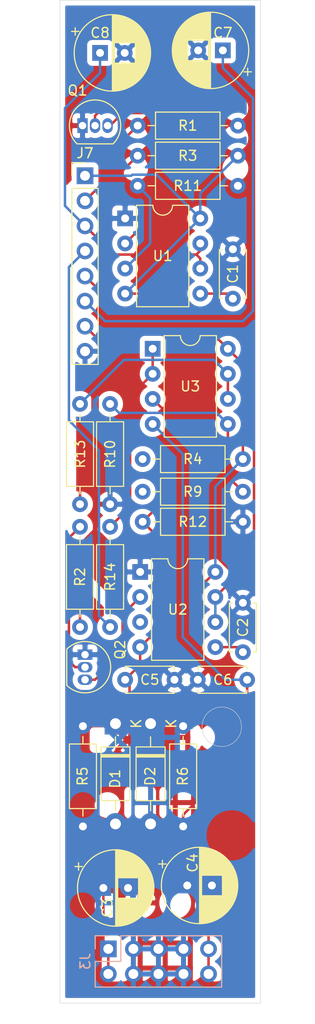
<source format=kicad_pcb>
(kicad_pcb (version 20171130) (host pcbnew 5.1.6-1.fc31)
  (layers (0 F.Cu signal) (31 B.Cu signal) (34 B.Paste user) (35 F.Paste user) (36 B.SilkS user) (37 F.SilkS user) (38 B.Mask user) (39 F.Mask user) (44 Edge.Cuts user))
  (net 0 "")
  (net 1 GND)
  (net 2 "Net-(C1-Pad1)")
  (net 3 "Net-(C2-Pad1)")
  (net 4 +12V)
  (net 5 -12V)
  (net 6 "Net-(D1-Pad1)")
  (net 7 "Net-(D2-Pad2)")
  (net 8 "Net-(Q1-Pad3)")
  (net 9 "Net-(Q1-Pad2)")
  (net 10 "Net-(Q2-Pad3)")
  (net 11 "Net-(Q2-Pad2)")
  (net 12 "Net-(R10-Pad1)")
  (net 13 "Net-(R9-Pad1)")
  (net 14 "Net-(R11-Pad2)")
  (net 15 "Net-(R11-Pad1)")
  (net 16 "Net-(R13-Pad1)")
  (net 17 "Net-(R14-Pad1)")
  (net 18 V2)
  (net 19 V1)
  (net 20 T1)
  (net 21 T2)
  (net 22 G1)
  (net 23 G2)
  (module Resistor_THT:R_Axial_DIN0207_L6.3mm_D2.5mm_P10.16mm_Horizontal (layer F.Cu) (at 103.926 98.934 270)
    (fp_text reference R5 (at 5.08 0.04 90) (layer F.SilkS))
    (fp_text value 68)
    (pad 2 thru_hole oval (at 10.16 0 270) (size 1.6 1.6) (drill 0.8) (layers *.Cu *.Mask) (net 4 +12V))
    (pad 1 thru_hole circle (at 0 0 270) (size 1.6 1.6) (drill 0.8) (layers *.Cu *.Mask) (net 6 "Net-(D1-Pad1)"))
  )
  (module Capacitor_THT:CP_Radial_D7.5mm_P2.50mm (layer F.Cu) (at 114.5 115.076)
    (fp_text reference C4 (at 0.546 -2.286 90) (layer F.SilkS))
    (fp_text value 100u)
    (pad 2 thru_hole circle (at 2.5 0) (size 1.6 1.6) (drill 0.8) (layers *.Cu *.Mask) (net 5 -12V))
    (pad 1 thru_hole rect (at 0 0) (size 1.6 1.6) (drill 0.8) (layers *.Cu *.Mask) (net 1 GND))
  )
  (module Connector_PinHeader_2.54mm:PinHeader_2x05_P2.54mm_Vertical (layer B.Cu) (at 106.5 121.5 270)
    (fp_text reference J3 (at 1.27 2.33 270) (layer B.SilkS) (effects (justify mirror)))
    (fp_text value Conn_02x05_Odd_Even)
    (pad 10 thru_hole oval (at 2.54 -10.16 270) (size 1.7 1.7) (drill 1) (layers *.Cu *.Mask) (net 5 -12V))
    (pad 9 thru_hole oval (at 0 -10.16 270) (size 1.7 1.7) (drill 1) (layers *.Cu *.Mask) (net 5 -12V))
    (pad 8 thru_hole oval (at 2.54 -7.62 270) (size 1.7 1.7) (drill 1) (layers *.Cu *.Mask) (net 1 GND))
    (pad 7 thru_hole oval (at 0 -7.62 270) (size 1.7 1.7) (drill 1) (layers *.Cu *.Mask) (net 1 GND))
    (pad 6 thru_hole oval (at 2.54 -5.08 270) (size 1.7 1.7) (drill 1) (layers *.Cu *.Mask) (net 1 GND))
    (pad 5 thru_hole oval (at 0 -5.08 270) (size 1.7 1.7) (drill 1) (layers *.Cu *.Mask) (net 1 GND))
    (pad 4 thru_hole oval (at 2.54 -2.54 270) (size 1.7 1.7) (drill 1) (layers *.Cu *.Mask) (net 1 GND))
    (pad 3 thru_hole oval (at 0 -2.54 270) (size 1.7 1.7) (drill 1) (layers *.Cu *.Mask) (net 1 GND))
    (pad 2 thru_hole oval (at 2.54 0 270) (size 1.7 1.7) (drill 1) (layers *.Cu *.Mask) (net 4 +12V))
    (pad 1 thru_hole rect (at 0 0 270) (size 1.7 1.7) (drill 1) (layers *.Cu *.Mask) (net 4 +12V))
  )
  (module Connector_PinHeader_2.54mm:PinHeader_1x08_P2.54mm_Vertical (layer F.Cu) (at 104.14 43.18)
    (fp_text reference J7 (at 0 -2.286) (layer F.SilkS))
    (fp_text value Conn_01x08_Male)
    (pad 8 thru_hole oval (at 0 17.78) (size 1.7 1.7) (drill 1) (layers *.Cu *.Mask) (net 1 GND))
    (pad 7 thru_hole oval (at 0 15.24) (size 1.7 1.7) (drill 1) (layers *.Cu *.Mask) (net 23 G2))
    (pad 6 thru_hole oval (at 0 12.7) (size 1.7 1.7) (drill 1) (layers *.Cu *.Mask) (net 18 V2))
    (pad 5 thru_hole oval (at 0 10.16) (size 1.7 1.7) (drill 1) (layers *.Cu *.Mask) (net 21 T2))
    (pad 4 thru_hole oval (at 0 7.62) (size 1.7 1.7) (drill 1) (layers *.Cu *.Mask) (net 22 G1))
    (pad 3 thru_hole oval (at 0 5.08) (size 1.7 1.7) (drill 1) (layers *.Cu *.Mask) (net 19 V1))
    (pad 2 thru_hole oval (at 0 2.54) (size 1.7 1.7) (drill 1) (layers *.Cu *.Mask) (net 20 T1))
    (pad 1 thru_hole rect (at 0 0) (size 1.7 1.7) (drill 1) (layers *.Cu *.Mask) (net 4 +12V))
  )
  (module Package_DIP:DIP-8_W7.62mm (layer F.Cu) (at 110.998 60.706)
    (fp_text reference U3 (at 3.81 3.81) (layer F.SilkS))
    (fp_text value TL072)
    (pad 8 thru_hole oval (at 7.62 0) (size 1.6 1.6) (drill 0.8) (layers *.Cu *.Mask) (net 4 +12V))
    (pad 4 thru_hole oval (at 0 7.62) (size 1.6 1.6) (drill 0.8) (layers *.Cu *.Mask) (net 5 -12V))
    (pad 7 thru_hole oval (at 7.62 2.54) (size 1.6 1.6) (drill 0.8) (layers *.Cu *.Mask) (net 16 "Net-(R13-Pad1)"))
    (pad 3 thru_hole oval (at 0 5.08) (size 1.6 1.6) (drill 0.8) (layers *.Cu *.Mask) (net 14 "Net-(R11-Pad2)"))
    (pad 6 thru_hole oval (at 7.62 5.08) (size 1.6 1.6) (drill 0.8) (layers *.Cu *.Mask) (net 16 "Net-(R13-Pad1)"))
    (pad 2 thru_hole oval (at 0 2.54) (size 1.6 1.6) (drill 0.8) (layers *.Cu *.Mask) (net 17 "Net-(R14-Pad1)"))
    (pad 5 thru_hole oval (at 7.62 7.62) (size 1.6 1.6) (drill 0.8) (layers *.Cu *.Mask) (net 12 "Net-(R10-Pad1)"))
    (pad 1 thru_hole rect (at 0 0) (size 1.6 1.6) (drill 0.8) (layers *.Cu *.Mask) (net 17 "Net-(R14-Pad1)"))
  )
  (module Package_DIP:DIP-8_W7.62mm (layer F.Cu) (at 109.728 83.312)
    (fp_text reference U2 (at 3.81 3.81) (layer F.SilkS))
    (fp_text value NE555P)
    (pad 8 thru_hole oval (at 7.62 0) (size 1.6 1.6) (drill 0.8) (layers *.Cu *.Mask) (net 4 +12V))
    (pad 4 thru_hole oval (at 0 7.62) (size 1.6 1.6) (drill 0.8) (layers *.Cu *.Mask) (net 4 +12V))
    (pad 7 thru_hole oval (at 7.62 2.54) (size 1.6 1.6) (drill 0.8) (layers *.Cu *.Mask) (net 18 V2))
    (pad 3 thru_hole oval (at 0 5.08) (size 1.6 1.6) (drill 0.8) (layers *.Cu *.Mask) (net 13 "Net-(R9-Pad1)"))
    (pad 6 thru_hole oval (at 7.62 5.08) (size 1.6 1.6) (drill 0.8) (layers *.Cu *.Mask) (net 18 V2))
    (pad 2 thru_hole oval (at 0 2.54) (size 1.6 1.6) (drill 0.8) (layers *.Cu *.Mask) (net 10 "Net-(Q2-Pad3)"))
    (pad 5 thru_hole oval (at 7.62 7.62) (size 1.6 1.6) (drill 0.8) (layers *.Cu *.Mask) (net 3 "Net-(C2-Pad1)"))
    (pad 1 thru_hole rect (at 0 0) (size 1.6 1.6) (drill 0.8) (layers *.Cu *.Mask) (net 1 GND))
  )
  (module Package_DIP:DIP-8_W7.62mm (layer F.Cu) (at 108.204 47.498)
    (fp_text reference U1 (at 3.81 3.81) (layer F.SilkS))
    (fp_text value NE555P)
    (pad 8 thru_hole oval (at 7.62 0) (size 1.6 1.6) (drill 0.8) (layers *.Cu *.Mask) (net 4 +12V))
    (pad 4 thru_hole oval (at 0 7.62) (size 1.6 1.6) (drill 0.8) (layers *.Cu *.Mask) (net 4 +12V))
    (pad 7 thru_hole oval (at 7.62 2.54) (size 1.6 1.6) (drill 0.8) (layers *.Cu *.Mask) (net 19 V1))
    (pad 3 thru_hole oval (at 0 5.08) (size 1.6 1.6) (drill 0.8) (layers *.Cu *.Mask) (net 15 "Net-(R11-Pad1)"))
    (pad 6 thru_hole oval (at 7.62 5.08) (size 1.6 1.6) (drill 0.8) (layers *.Cu *.Mask) (net 19 V1))
    (pad 2 thru_hole oval (at 0 2.54) (size 1.6 1.6) (drill 0.8) (layers *.Cu *.Mask) (net 8 "Net-(Q1-Pad3)"))
    (pad 5 thru_hole oval (at 7.62 7.62) (size 1.6 1.6) (drill 0.8) (layers *.Cu *.Mask) (net 2 "Net-(C1-Pad1)"))
    (pad 1 thru_hole rect (at 0 0) (size 1.6 1.6) (drill 0.8) (layers *.Cu *.Mask) (net 1 GND))
  )
  (module Resistor_THT:R_Axial_DIN0207_L6.3mm_D2.5mm_P10.16mm_Horizontal (layer F.Cu) (at 106.68 78.74 270)
    (fp_text reference R14 (at 5.08 0 90) (layer F.SilkS))
    (fp_text value 2K2)
    (pad 2 thru_hole oval (at 10.16 0 270) (size 1.6 1.6) (drill 0.8) (layers *.Cu *.Mask) (net 22 G1))
    (pad 1 thru_hole circle (at 0 0 270) (size 1.6 1.6) (drill 0.8) (layers *.Cu *.Mask) (net 17 "Net-(R14-Pad1)"))
  )
  (module Resistor_THT:R_Axial_DIN0207_L6.3mm_D2.5mm_P10.16mm_Horizontal (layer F.Cu) (at 103.632 66.294 270)
    (fp_text reference R13 (at 5.08 0 90) (layer F.SilkS))
    (fp_text value 2K2)
    (pad 2 thru_hole oval (at 10.16 0 270) (size 1.6 1.6) (drill 0.8) (layers *.Cu *.Mask) (net 23 G2))
    (pad 1 thru_hole circle (at 0 0 270) (size 1.6 1.6) (drill 0.8) (layers *.Cu *.Mask) (net 16 "Net-(R13-Pad1)"))
  )
  (module Resistor_THT:R_Axial_DIN0207_L6.3mm_D2.5mm_P10.16mm_Horizontal (layer F.Cu) (at 109.982 78.232)
    (fp_text reference R12 (at 5.08 0) (layer F.SilkS))
    (fp_text value 100K)
    (pad 2 thru_hole oval (at 10.16 0) (size 1.6 1.6) (drill 0.8) (layers *.Cu *.Mask) (net 1 GND))
    (pad 1 thru_hole circle (at 0 0) (size 1.6 1.6) (drill 0.8) (layers *.Cu *.Mask) (net 14 "Net-(R11-Pad2)"))
  )
  (module Resistor_THT:R_Axial_DIN0207_L6.3mm_D2.5mm_P10.16mm_Horizontal (layer F.Cu) (at 109.474 44.196)
    (fp_text reference R11 (at 5.08 0) (layer F.SilkS))
    (fp_text value 100K)
    (pad 2 thru_hole oval (at 10.16 0) (size 1.6 1.6) (drill 0.8) (layers *.Cu *.Mask) (net 14 "Net-(R11-Pad2)"))
    (pad 1 thru_hole circle (at 0 0) (size 1.6 1.6) (drill 0.8) (layers *.Cu *.Mask) (net 15 "Net-(R11-Pad1)"))
  )
  (module Resistor_THT:R_Axial_DIN0207_L6.3mm_D2.5mm_P10.16mm_Horizontal (layer F.Cu) (at 106.68 66.294 270)
    (fp_text reference R10 (at 5.08 0 90) (layer F.SilkS))
    (fp_text value 100K)
    (pad 2 thru_hole oval (at 10.16 0 270) (size 1.6 1.6) (drill 0.8) (layers *.Cu *.Mask) (net 1 GND))
    (pad 1 thru_hole circle (at 0 0 270) (size 1.6 1.6) (drill 0.8) (layers *.Cu *.Mask) (net 12 "Net-(R10-Pad1)"))
  )
  (module Resistor_THT:R_Axial_DIN0207_L6.3mm_D2.5mm_P10.16mm_Horizontal (layer F.Cu) (at 109.982 75.184)
    (fp_text reference R9 (at 5.08 0) (layer F.SilkS))
    (fp_text value 100K)
    (pad 2 thru_hole oval (at 10.16 0) (size 1.6 1.6) (drill 0.8) (layers *.Cu *.Mask) (net 12 "Net-(R10-Pad1)"))
    (pad 1 thru_hole circle (at 0 0) (size 1.6 1.6) (drill 0.8) (layers *.Cu *.Mask) (net 13 "Net-(R9-Pad1)"))
  )
  (module Resistor_THT:R_Axial_DIN0207_L6.3mm_D2.5mm_P10.16mm_Horizontal (layer F.Cu) (at 114.086 98.934 270)
    (fp_text reference R6 (at 5.08 0.04 90) (layer F.SilkS))
    (fp_text value 68)
    (pad 2 thru_hole oval (at 10.16 0 270) (size 1.6 1.6) (drill 0.8) (layers *.Cu *.Mask) (net 5 -12V))
    (pad 1 thru_hole circle (at 0 0 270) (size 1.6 1.6) (drill 0.8) (layers *.Cu *.Mask) (net 7 "Net-(D2-Pad2)"))
  )
  (module Resistor_THT:R_Axial_DIN0207_L6.3mm_D2.5mm_P10.16mm_Horizontal (layer F.Cu) (at 109.982 71.882)
    (fp_text reference R4 (at 5.08 0) (layer F.SilkS))
    (fp_text value 100K)
    (pad 2 thru_hole oval (at 10.16 0) (size 1.6 1.6) (drill 0.8) (layers *.Cu *.Mask) (net 4 +12V))
    (pad 1 thru_hole circle (at 0 0) (size 1.6 1.6) (drill 0.8) (layers *.Cu *.Mask) (net 10 "Net-(Q2-Pad3)"))
  )
  (module Resistor_THT:R_Axial_DIN0207_L6.3mm_D2.5mm_P10.16mm_Horizontal (layer F.Cu) (at 109.474 41.148)
    (fp_text reference R3 (at 5.08 0) (layer F.SilkS))
    (fp_text value 100K)
    (pad 2 thru_hole oval (at 10.16 0) (size 1.6 1.6) (drill 0.8) (layers *.Cu *.Mask) (net 4 +12V))
    (pad 1 thru_hole circle (at 0 0) (size 1.6 1.6) (drill 0.8) (layers *.Cu *.Mask) (net 8 "Net-(Q1-Pad3)"))
  )
  (module Resistor_THT:R_Axial_DIN0207_L6.3mm_D2.5mm_P10.16mm_Horizontal (layer F.Cu) (at 103.632 78.74 270)
    (fp_text reference R2 (at 5.08 0 90) (layer F.SilkS))
    (fp_text value 10K)
    (pad 2 thru_hole oval (at 10.16 0 270) (size 1.6 1.6) (drill 0.8) (layers *.Cu *.Mask) (net 21 T2))
    (pad 1 thru_hole circle (at 0 0 270) (size 1.6 1.6) (drill 0.8) (layers *.Cu *.Mask) (net 11 "Net-(Q2-Pad2)"))
  )
  (module Resistor_THT:R_Axial_DIN0207_L6.3mm_D2.5mm_P10.16mm_Horizontal (layer F.Cu) (at 119.634 38.1 180)
    (fp_text reference R1 (at 5.08 0) (layer F.SilkS))
    (fp_text value 10K)
    (pad 2 thru_hole oval (at 10.16 0 180) (size 1.6 1.6) (drill 0.8) (layers *.Cu *.Mask) (net 20 T1))
    (pad 1 thru_hole circle (at 0 0 180) (size 1.6 1.6) (drill 0.8) (layers *.Cu *.Mask) (net 9 "Net-(Q1-Pad2)"))
  )
  (module Package_TO_SOT_THT:TO-92_Inline (layer F.Cu) (at 104.14 91.694 270)
    (fp_text reference Q2 (at -0.508 -3.56 90) (layer F.SilkS))
    (fp_text value 2N3904)
    (pad 1 thru_hole rect (at 0 0 270) (size 1.05 1.5) (drill 0.75) (layers *.Cu *.Mask) (net 1 GND))
    (pad 3 thru_hole oval (at 2.54 0 270) (size 1.05 1.5) (drill 0.75) (layers *.Cu *.Mask) (net 10 "Net-(Q2-Pad3)"))
    (pad 2 thru_hole oval (at 1.27 0 270) (size 1.05 1.5) (drill 0.75) (layers *.Cu *.Mask) (net 11 "Net-(Q2-Pad2)"))
  )
  (module Package_TO_SOT_THT:TO-92_Inline (layer F.Cu) (at 103.886 38.1)
    (fp_text reference Q1 (at -0.508 -3.56) (layer F.SilkS))
    (fp_text value 2N3904)
    (pad 1 thru_hole rect (at 0 0) (size 1.05 1.5) (drill 0.75) (layers *.Cu *.Mask) (net 1 GND))
    (pad 3 thru_hole oval (at 2.54 0) (size 1.05 1.5) (drill 0.75) (layers *.Cu *.Mask) (net 8 "Net-(Q1-Pad3)"))
    (pad 2 thru_hole oval (at 1.27 0) (size 1.05 1.5) (drill 0.75) (layers *.Cu *.Mask) (net 9 "Net-(Q1-Pad2)"))
  )
  (module Diode_THT:D_DO-41_SOD81_P10.16mm_Horizontal (layer F.Cu) (at 110.784 98.68 270)
    (fp_text reference D2 (at 5.334 0.04 90) (layer F.SilkS))
    (fp_text value 1N4001)
    (fp_text user K (at 0 -2.1 90) (layer F.SilkS))
    (pad 2 thru_hole oval (at 10.16 0 270) (size 2.2 2.2) (drill 1.1) (layers *.Cu *.Mask) (net 7 "Net-(D2-Pad2)"))
    (pad 1 thru_hole rect (at 0 0 270) (size 2.2 2.2) (drill 1.1) (layers *.Cu *.Mask) (net 1 GND))
  )
  (module Diode_THT:D_DO-41_SOD81_P10.16mm_Horizontal (layer F.Cu) (at 107.228 98.68 270)
    (fp_text reference D1 (at 5.588 0.04 90) (layer F.SilkS))
    (fp_text value 1N4001)
    (fp_text user K (at 0 -2.1 90) (layer F.SilkS))
    (pad 2 thru_hole oval (at 10.16 0 270) (size 2.2 2.2) (drill 1.1) (layers *.Cu *.Mask) (net 1 GND))
    (pad 1 thru_hole rect (at 0 0 270) (size 2.2 2.2) (drill 1.1) (layers *.Cu *.Mask) (net 6 "Net-(D1-Pad1)"))
  )
  (module Capacitor_THT:CP_Radial_D7.5mm_P2.50mm (layer F.Cu) (at 105.664 30.734)
    (fp_text reference C8 (at 0 -2.032) (layer F.SilkS))
    (fp_text value 100u)
    (pad 2 thru_hole circle (at 2.5 0) (size 1.6 1.6) (drill 0.8) (layers *.Cu *.Mask) (net 1 GND))
    (pad 1 thru_hole rect (at 0 0) (size 1.6 1.6) (drill 0.8) (layers *.Cu *.Mask) (net 19 V1))
  )
  (module Capacitor_THT:CP_Radial_D7.5mm_P2.50mm (layer F.Cu) (at 118.11 30.48 180)
    (fp_text reference C7 (at 0 1.778) (layer F.SilkS))
    (fp_text value 100u)
    (pad 2 thru_hole circle (at 2.5 0 180) (size 1.6 1.6) (drill 0.8) (layers *.Cu *.Mask) (net 1 GND))
    (pad 1 thru_hole rect (at 0 0 180) (size 1.6 1.6) (drill 0.8) (layers *.Cu *.Mask) (net 18 V2))
  )
  (module Capacitor_THT:C_Disc_D4.7mm_W2.5mm_P5.00mm (layer F.Cu) (at 115.57 94.234)
    (fp_text reference C6 (at 2.54 0) (layer F.SilkS))
    (fp_text value 100n)
    (pad 2 thru_hole circle (at 5 0) (size 1.6 1.6) (drill 0.8) (layers *.Cu *.Mask) (net 5 -12V))
    (pad 1 thru_hole circle (at 0 0) (size 1.6 1.6) (drill 0.8) (layers *.Cu *.Mask) (net 1 GND))
  )
  (module Capacitor_THT:C_Disc_D4.7mm_W2.5mm_P5.00mm (layer F.Cu) (at 108.204 94.234)
    (fp_text reference C5 (at 2.5 0) (layer F.SilkS))
    (fp_text value 100n)
    (pad 2 thru_hole circle (at 5 0) (size 1.6 1.6) (drill 0.8) (layers *.Cu *.Mask) (net 1 GND))
    (pad 1 thru_hole circle (at 0 0) (size 1.6 1.6) (drill 0.8) (layers *.Cu *.Mask) (net 4 +12V))
  )
  (module Capacitor_THT:CP_Radial_D7.5mm_P2.50mm (layer F.Cu) (at 106 115.33)
    (fp_text reference C3 (at 0.41 2.032 90) (layer F.SilkS))
    (fp_text value 100u)
    (pad 2 thru_hole circle (at 2.5 0) (size 1.6 1.6) (drill 0.8) (layers *.Cu *.Mask) (net 1 GND))
    (pad 1 thru_hole rect (at 0 0) (size 1.6 1.6) (drill 0.8) (layers *.Cu *.Mask) (net 4 +12V))
  )
  (module Capacitor_THT:C_Disc_D4.7mm_W2.5mm_P5.00mm (layer F.Cu) (at 120.142 91.44 90)
    (fp_text reference C2 (at 2.5 0 90) (layer F.SilkS))
    (fp_text value 100n)
    (pad 2 thru_hole circle (at 5 0 90) (size 1.6 1.6) (drill 0.8) (layers *.Cu *.Mask) (net 1 GND))
    (pad 1 thru_hole circle (at 0 0 90) (size 1.6 1.6) (drill 0.8) (layers *.Cu *.Mask) (net 3 "Net-(C2-Pad1)"))
  )
  (module Capacitor_THT:C_Disc_D4.7mm_W2.5mm_P5.00mm (layer F.Cu) (at 119.126 55.626 90)
    (fp_text reference C1 (at 2.5 0 90) (layer F.SilkS))
    (fp_text value 100n)
    (pad 2 thru_hole circle (at 5 0 90) (size 1.6 1.6) (drill 0.8) (layers *.Cu *.Mask) (net 1 GND))
    (pad 1 thru_hole circle (at 0 0 90) (size 1.6 1.6) (drill 0.8) (layers *.Cu *.Mask) (net 2 "Net-(C1-Pad1)"))
  )
  (gr_circle (center 118 99) (end 118 97) (layer Edge.Cuts) (width 0.05))
  (gr_line (start 121.92 127) (end 121.92 25.4) (layer Edge.Cuts) (width 0.05))
  (gr_line (start 101.6 127) (end 121.92 127) (layer Edge.Cuts) (width 0.05))
  (gr_line (start 101.6 101.6) (end 101.6 127) (layer Edge.Cuts) (width 0.05))
  (gr_line (start 121.92 25.4) (end 101.6 25.4) (layer Edge.Cuts) (width 0.05))
  (gr_line (start 101.6 25.4) (end 101.6 101.6) (layer Edge.Cuts) (width 0.05))
  (segment (start 118.618 55.118) (end 119.126 55.626) (width 0.25) (layer F.Cu) (net 2))
  (segment (start 115.824 55.118) (end 118.618 55.118) (width 0.25) (layer F.Cu) (net 2))
  (segment (start 119.634 90.932) (end 120.142 91.44) (width 0.25) (layer F.Cu) (net 3))
  (segment (start 117.348 90.932) (end 119.634 90.932) (width 0.25) (layer F.Cu) (net 3))
  (segment (start 108.204 55.118) (end 115.824 47.498) (width 0.25) (layer B.Cu) (net 4))
  (segment (start 115.824 44.958) (end 119.634 41.148) (width 0.25) (layer B.Cu) (net 4))
  (segment (start 115.824 47.498) (end 115.824 44.958) (width 0.25) (layer B.Cu) (net 4))
  (segment (start 111.396999 43.070999) (end 115.824 47.498) (width 0.25) (layer B.Cu) (net 4))
  (segment (start 108.933999 43.070999) (end 111.396999 43.070999) (width 0.25) (layer B.Cu) (net 4))
  (segment (start 108.824998 43.18) (end 108.933999 43.070999) (width 0.25) (layer B.Cu) (net 4))
  (segment (start 104.14 43.18) (end 108.824998 43.18) (width 0.25) (layer B.Cu) (net 4))
  (segment (start 109.728 90.932) (end 117.348 83.312) (width 0.25) (layer F.Cu) (net 4))
  (segment (start 109.728 92.71) (end 108.204 94.234) (width 0.25) (layer F.Cu) (net 4))
  (segment (start 109.728 90.932) (end 109.728 92.71) (width 0.25) (layer F.Cu) (net 4))
  (segment (start 113.03 55.118) (end 118.618 60.706) (width 0.25) (layer F.Cu) (net 4))
  (segment (start 108.204 55.118) (end 113.03 55.118) (width 0.25) (layer F.Cu) (net 4))
  (segment (start 120.142 62.23) (end 120.142 71.882) (width 0.25) (layer F.Cu) (net 4))
  (segment (start 118.618 60.706) (end 120.142 62.23) (width 0.25) (layer F.Cu) (net 4))
  (segment (start 117.348 74.676) (end 120.142 71.882) (width 0.25) (layer B.Cu) (net 4))
  (segment (start 117.348 83.312) (end 117.348 74.676) (width 0.25) (layer B.Cu) (net 4))
  (segment (start 106.5 121.5) (end 106.5 124.04) (width 0.25) (layer F.Cu) (net 4))
  (segment (start 103.926 109.094) (end 103.926 106.574) (width 0.25) (layer F.Cu) (net 4))
  (segment (start 108.653001 94.683001) (end 108.204 94.234) (width 0.25) (layer F.Cu) (net 4))
  (segment (start 108.653001 101.846999) (end 108.653001 94.683001) (width 0.25) (layer F.Cu) (net 4))
  (segment (start 103.926 106.574) (end 108.653001 101.846999) (width 0.25) (layer F.Cu) (net 4))
  (segment (start 103.926 113.256) (end 106 115.33) (width 0.25) (layer F.Cu) (net 4))
  (segment (start 103.926 109.094) (end 103.926 113.256) (width 0.25) (layer F.Cu) (net 4))
  (segment (start 106 121) (end 106.5 121.5) (width 0.25) (layer F.Cu) (net 4))
  (segment (start 106 115.33) (end 106 121) (width 0.25) (layer F.Cu) (net 4))
  (segment (start 110.998 68.326) (end 114.046 71.374) (width 0.25) (layer B.Cu) (net 5))
  (segment (start 114.046 71.374) (end 114.046 89.916) (width 0.25) (layer B.Cu) (net 5))
  (segment (start 118.364 94.234) (end 120.57 94.234) (width 0.25) (layer B.Cu) (net 5))
  (segment (start 114.046 89.916) (end 118.364 94.234) (width 0.25) (layer B.Cu) (net 5))
  (segment (start 116.66 124.04) (end 116.66 121.5) (width 0.25) (layer F.Cu) (net 5))
  (segment (start 116.66 115.416) (end 117 115.076) (width 0.25) (layer F.Cu) (net 5))
  (segment (start 116.66 121.5) (end 116.66 115.416) (width 0.25) (layer F.Cu) (net 5))
  (segment (start 117 112.008) (end 114.086 109.094) (width 0.25) (layer F.Cu) (net 5))
  (segment (start 117 115.076) (end 117 112.008) (width 0.25) (layer F.Cu) (net 5))
  (segment (start 114.086 109.094) (end 114.086 107.914) (width 0.25) (layer F.Cu) (net 5))
  (segment (start 120.57 101.43) (end 120.57 94.234) (width 0.25) (layer F.Cu) (net 5))
  (segment (start 114.086 107.914) (end 120.57 101.43) (width 0.25) (layer F.Cu) (net 5))
  (segment (start 106.974 98.934) (end 107.228 98.68) (width 0.25) (layer F.Cu) (net 6))
  (segment (start 103.926 98.934) (end 106.974 98.934) (width 0.25) (layer F.Cu) (net 6))
  (segment (start 110.784 102.236) (end 114.086 98.934) (width 0.25) (layer F.Cu) (net 7))
  (segment (start 110.784 108.84) (end 110.784 102.236) (width 0.25) (layer F.Cu) (net 7))
  (segment (start 106.68 38.1) (end 107.95 36.83) (width 0.25) (layer F.Cu) (net 8))
  (segment (start 107.95 36.83) (end 111.506 36.83) (width 0.25) (layer F.Cu) (net 8))
  (segment (start 112.014 38.608) (end 109.474 41.148) (width 0.25) (layer F.Cu) (net 8))
  (segment (start 106.426 38.1) (end 106.68 38.1) (width 0.25) (layer F.Cu) (net 8))
  (segment (start 111.506 36.83) (end 112.014 37.338) (width 0.25) (layer F.Cu) (net 8))
  (segment (start 112.014 37.338) (end 112.014 38.608) (width 0.25) (layer F.Cu) (net 8))
  (segment (start 109.474 41.148) (end 107.95 42.672) (width 0.25) (layer F.Cu) (net 8))
  (segment (start 107.95 42.672) (end 107.95 44.704) (width 0.25) (layer F.Cu) (net 8))
  (segment (start 107.95 44.704) (end 109.982 46.736) (width 0.25) (layer F.Cu) (net 8))
  (segment (start 109.982 48.26) (end 108.204 50.038) (width 0.25) (layer F.Cu) (net 8))
  (segment (start 109.982 46.736) (end 109.982 48.26) (width 0.25) (layer F.Cu) (net 8))
  (segment (start 105.156 37.1) (end 105.156 38.1) (width 0.25) (layer F.Cu) (net 9))
  (segment (start 106.442 35.814) (end 105.156 37.1) (width 0.25) (layer F.Cu) (net 9))
  (segment (start 112.014 35.814) (end 106.442 35.814) (width 0.25) (layer F.Cu) (net 9))
  (segment (start 114.3 38.1) (end 112.014 35.814) (width 0.25) (layer F.Cu) (net 9))
  (segment (start 119.634 38.1) (end 114.3 38.1) (width 0.25) (layer F.Cu) (net 9))
  (segment (start 104.14 94.234) (end 105.156 94.234) (width 0.25) (layer F.Cu) (net 10))
  (segment (start 105.156 94.234) (end 107.95 91.44) (width 0.25) (layer F.Cu) (net 10))
  (segment (start 107.95 87.63) (end 109.728 85.852) (width 0.25) (layer F.Cu) (net 10))
  (segment (start 107.95 91.44) (end 107.95 87.63) (width 0.25) (layer F.Cu) (net 10))
  (segment (start 102.506999 79.865001) (end 103.632 78.74) (width 0.25) (layer F.Cu) (net 11))
  (segment (start 102.506999 92.330999) (end 102.506999 79.865001) (width 0.25) (layer F.Cu) (net 11))
  (segment (start 103.14 92.964) (end 102.506999 92.330999) (width 0.25) (layer F.Cu) (net 11))
  (segment (start 104.14 92.964) (end 103.14 92.964) (width 0.25) (layer F.Cu) (net 11))
  (segment (start 118.618 73.66) (end 120.142 75.184) (width 0.25) (layer F.Cu) (net 12))
  (segment (start 118.618 68.326) (end 118.618 73.66) (width 0.25) (layer F.Cu) (net 12))
  (segment (start 107.586999 67.200999) (end 117.492999 67.200999) (width 0.25) (layer B.Cu) (net 12))
  (segment (start 117.492999 67.200999) (end 118.618 68.326) (width 0.25) (layer B.Cu) (net 12))
  (segment (start 106.68 66.294) (end 107.586999 67.200999) (width 0.25) (layer B.Cu) (net 12))
  (segment (start 121.267001 45.829001) (end 121.267001 79.900999) (width 0.25) (layer F.Cu) (net 14))
  (segment (start 119.634 44.196) (end 121.267001 45.829001) (width 0.25) (layer F.Cu) (net 14))
  (segment (start 121.267001 79.900999) (end 120.396 80.772) (width 0.25) (layer F.Cu) (net 14))
  (segment (start 112.522 80.772) (end 109.982 78.232) (width 0.25) (layer F.Cu) (net 14))
  (segment (start 120.396 80.772) (end 112.522 80.772) (width 0.25) (layer F.Cu) (net 14))
  (segment (start 109.982 78.232) (end 113.792 74.422) (width 0.25) (layer F.Cu) (net 14))
  (segment (start 113.792 68.58) (end 110.998 65.786) (width 0.25) (layer F.Cu) (net 14))
  (segment (start 113.792 74.422) (end 113.792 68.58) (width 0.25) (layer F.Cu) (net 14))
  (segment (start 109.474 44.196) (end 110.744 45.466) (width 0.25) (layer B.Cu) (net 15))
  (segment (start 110.744 50.038) (end 108.204 52.578) (width 0.25) (layer B.Cu) (net 15))
  (segment (start 110.744 45.466) (end 110.744 50.038) (width 0.25) (layer B.Cu) (net 15))
  (segment (start 118.618 65.786) (end 118.618 63.246) (width 0.25) (layer F.Cu) (net 16))
  (segment (start 108.094999 61.831001) (end 117.203001 61.831001) (width 0.25) (layer B.Cu) (net 16))
  (segment (start 117.203001 61.831001) (end 118.618 63.246) (width 0.25) (layer B.Cu) (net 16))
  (segment (start 103.632 66.294) (end 108.094999 61.831001) (width 0.25) (layer B.Cu) (net 16))
  (segment (start 110.998 63.246) (end 110.998 60.706) (width 0.25) (layer F.Cu) (net 17))
  (segment (start 110.998 63.246) (end 108.712 65.532) (width 0.25) (layer F.Cu) (net 17))
  (segment (start 108.712 76.708) (end 106.68 78.74) (width 0.25) (layer F.Cu) (net 17))
  (segment (start 108.712 65.532) (end 108.712 76.708) (width 0.25) (layer F.Cu) (net 17))
  (segment (start 118.11 32.258) (end 121.158 35.306) (width 0.25) (layer B.Cu) (net 18))
  (segment (start 118.11 30.48) (end 118.11 32.258) (width 0.25) (layer B.Cu) (net 18))
  (segment (start 106.172 57.912) (end 104.14 55.88) (width 0.25) (layer B.Cu) (net 18))
  (segment (start 121.158 35.306) (end 121.158 56.896) (width 0.25) (layer B.Cu) (net 18))
  (segment (start 121.158 56.896) (end 120.142 57.912) (width 0.25) (layer B.Cu) (net 18))
  (segment (start 120.142 57.912) (end 106.172 57.912) (width 0.25) (layer B.Cu) (net 18))
  (segment (start 117.348 85.852) (end 117.348 88.392) (width 0.25) (layer B.Cu) (net 18))
  (segment (start 105.554999 79.280001) (end 108.062998 81.788) (width 0.25) (layer F.Cu) (net 18))
  (segment (start 117.489002 81.788) (end 118.872 83.170998) (width 0.25) (layer F.Cu) (net 18))
  (segment (start 108.062998 81.788) (end 117.489002 81.788) (width 0.25) (layer F.Cu) (net 18))
  (segment (start 118.872 84.328) (end 117.348 85.852) (width 0.25) (layer F.Cu) (net 18))
  (segment (start 118.872 83.170998) (end 118.872 84.328) (width 0.25) (layer F.Cu) (net 18))
  (segment (start 115.824 50.764002) (end 115.824 50.038) (width 0.25) (layer F.Cu) (net 19))
  (segment (start 115.425001 51.163001) (end 115.824 50.764002) (width 0.25) (layer F.Cu) (net 19))
  (segment (start 115.824 52.578) (end 115.824 51.562) (width 0.25) (layer F.Cu) (net 19))
  (segment (start 107.043001 51.163001) (end 104.14 48.26) (width 0.25) (layer F.Cu) (net 19))
  (segment (start 115.425001 51.163001) (end 107.043001 51.163001) (width 0.25) (layer F.Cu) (net 19))
  (segment (start 115.824 51.562) (end 115.425001 51.163001) (width 0.25) (layer F.Cu) (net 19))
  (segment (start 105.664 30.734) (end 105.664 32.766) (width 0.25) (layer B.Cu) (net 19))
  (segment (start 105.664 32.766) (end 102.108 36.322) (width 0.25) (layer B.Cu) (net 19))
  (segment (start 102.108 46.228) (end 104.14 48.26) (width 0.25) (layer B.Cu) (net 19))
  (segment (start 102.108 36.322) (end 102.108 46.228) (width 0.25) (layer B.Cu) (net 19))
  (segment (start 107.188 40.386) (end 109.474 38.1) (width 0.25) (layer F.Cu) (net 20))
  (segment (start 104.14 45.72) (end 107.188 42.672) (width 0.25) (layer F.Cu) (net 20))
  (segment (start 107.188 42.672) (end 107.188 40.386) (width 0.25) (layer F.Cu) (net 20))
  (segment (start 103.632 88.9) (end 103.632 80.518) (width 0.25) (layer F.Cu) (net 21))
  (segment (start 106.11401 62.4164) (end 106.11401 55.31401) (width 0.25) (layer F.Cu) (net 21))
  (segment (start 106.11401 55.31401) (end 104.14 53.34) (width 0.25) (layer F.Cu) (net 21))
  (segment (start 105.41 63.12041) (end 106.11401 62.4164) (width 0.25) (layer F.Cu) (net 21))
  (segment (start 105.41 78.74) (end 105.41 63.12041) (width 0.25) (layer F.Cu) (net 21))
  (segment (start 103.632 80.518) (end 105.41 78.74) (width 0.25) (layer F.Cu) (net 21))
  (segment (start 105.554999 87.774999) (end 105.554999 71.010999) (width 0.25) (layer B.Cu) (net 22))
  (segment (start 106.68 88.9) (end 105.554999 87.774999) (width 0.25) (layer B.Cu) (net 22))
  (segment (start 102.506999 52.433001) (end 104.14 50.8) (width 0.25) (layer B.Cu) (net 22))
  (segment (start 102.506999 67.962999) (end 102.506999 52.433001) (width 0.25) (layer B.Cu) (net 22))
  (segment (start 105.554999 71.010999) (end 102.506999 67.962999) (width 0.25) (layer B.Cu) (net 22))
  (segment (start 103.886 58.42) (end 104.14 58.42) (width 0.25) (layer F.Cu) (net 23))
  (segment (start 103.632 76.454) (end 103.632 68.834) (width 0.25) (layer F.Cu) (net 23))
  (segment (start 103.632 68.834) (end 104.902 67.564) (width 0.25) (layer F.Cu) (net 23))
  (segment (start 104.902 67.564) (end 104.902 62.992) (width 0.25) (layer F.Cu) (net 23))
  (segment (start 105.315001 62.578999) (end 105.315001 62.324999) (width 0.25) (layer F.Cu) (net 23))
  (segment (start 104.902 62.992) (end 105.315001 62.578999) (width 0.25) (layer F.Cu) (net 23))
  (segment (start 105.315001 62.324999) (end 105.664 61.976) (width 0.25) (layer F.Cu) (net 23))
  (segment (start 105.664 59.944) (end 104.14 58.42) (width 0.25) (layer F.Cu) (net 23))
  (segment (start 105.664 61.976) (end 105.664 59.944) (width 0.25) (layer F.Cu) (net 23))
  (zone (net 1) (net_name GND) (layer F.Cu) (connect_pads (clearance 0.508)) (min_thickness 0.254) (fill yes (arc_segments 32) (thermal_gap 0.508) (thermal_bridge_width 0.508))
    (polygon (pts (xy 121.666 126.746) (xy 101.854 126.746) (xy 101.854 25.654) (xy 121.666 25.654)))
  )
  (zone (net 1) (net_name GND) (layer B.Cu) (connect_pads (clearance 0.508)) (min_thickness 0.254) (fill yes (arc_segments 32) (thermal_gap 0.508) (thermal_bridge_width 0.508))
    (polygon (pts (xy 121.666 126.746) (xy 101.854 126.746) (xy 101.854 25.654) (xy 121.666 25.654)))
  )
)
</source>
